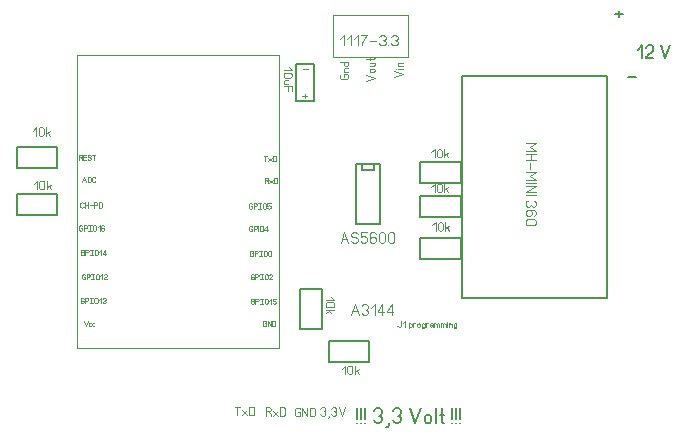
<source format=gbr>
%FSLAX34Y34*%
%MOMM*%
%LNCOPPER_BOTTOM*%
G71*
G01*
%ADD10C, 0.15*%
%ADD11C, 0.06*%
%ADD12C, 0.00*%
%ADD13C, 0.09*%
%ADD14C, 0.10*%
%ADD15C, 0.11*%
%ADD16C, 0.13*%
%ADD17C, 0.16*%
%ADD18C, 0.07*%
%LPD*%
G54D10*
X391000Y-544838D02*
X371000Y-544838D01*
X371000Y-595938D01*
X391000Y-595938D01*
X391000Y-544838D01*
G54D10*
X386000Y-544838D02*
X376000Y-544838D01*
X376000Y-549838D01*
X386000Y-549838D01*
X386000Y-544838D01*
G54D11*
X294232Y-542087D02*
X294232Y-537643D01*
G54D11*
X292899Y-537643D02*
X295565Y-537643D01*
G54D11*
X296788Y-539587D02*
X299454Y-542087D01*
G54D11*
X296788Y-542087D02*
X299454Y-539587D01*
G54D11*
X300676Y-542087D02*
X300676Y-537642D01*
X302343Y-537642D01*
X303010Y-537920D01*
X303343Y-538476D01*
X303343Y-541254D01*
X303010Y-541809D01*
X302343Y-542087D01*
X300676Y-542087D01*
G54D11*
X295026Y-558518D02*
X296026Y-559073D01*
X296359Y-559629D01*
X296359Y-560740D01*
G54D11*
X293692Y-560740D02*
X293692Y-556296D01*
X295359Y-556296D01*
X296026Y-556573D01*
X296359Y-557129D01*
X296359Y-557685D01*
X296026Y-558240D01*
X295359Y-558518D01*
X293692Y-558518D01*
G54D11*
X297581Y-558240D02*
X300248Y-560740D01*
G54D11*
X297581Y-560740D02*
X300248Y-558240D01*
G54D11*
X301470Y-560740D02*
X301470Y-556296D01*
X303137Y-556296D01*
X303804Y-556573D01*
X304137Y-557129D01*
X304136Y-559907D01*
X303804Y-560462D01*
X303137Y-560740D01*
X301470Y-560740D01*
G54D11*
X281759Y-599395D02*
X283093Y-599395D01*
X283093Y-600784D01*
X282759Y-601340D01*
X282093Y-601618D01*
X281426Y-601618D01*
X280759Y-601340D01*
X280426Y-600784D01*
X280426Y-598006D01*
X280759Y-597451D01*
X281426Y-597173D01*
X282093Y-597173D01*
X282759Y-597451D01*
X283093Y-598006D01*
G54D11*
X284315Y-601618D02*
X284315Y-597173D01*
X285982Y-597173D01*
X286648Y-597451D01*
X286982Y-598006D01*
X286982Y-598562D01*
X286648Y-599118D01*
X285982Y-599395D01*
X284315Y-599395D01*
G54D11*
X288204Y-601618D02*
X288204Y-597173D01*
G54D11*
X292093Y-598006D02*
X292093Y-600784D01*
X291759Y-601340D01*
X291093Y-601618D01*
X290426Y-601618D01*
X289759Y-601340D01*
X289426Y-600784D01*
X289426Y-598006D01*
X289759Y-597451D01*
X290426Y-597173D01*
X291093Y-597173D01*
X291759Y-597451D01*
X292093Y-598006D01*
G54D11*
X295315Y-601618D02*
X295315Y-597173D01*
X293315Y-599951D01*
X293315Y-600506D01*
X295982Y-600506D01*
G54D12*
X305300Y-700169D02*
X135040Y-700169D01*
G54D12*
X305300Y-700169D02*
X305300Y-452122D01*
X134644Y-452122D01*
G54D12*
X135040Y-700169D02*
X135041Y-452121D01*
G54D11*
X281617Y-580346D02*
X282950Y-580346D01*
X282950Y-581734D01*
X282617Y-582290D01*
X281950Y-582568D01*
X281283Y-582568D01*
X280617Y-582290D01*
X280283Y-581734D01*
X280283Y-578956D01*
X280617Y-578401D01*
X281283Y-578124D01*
X281950Y-578124D01*
X282617Y-578401D01*
X282950Y-578957D01*
G54D11*
X284172Y-582568D02*
X284172Y-578124D01*
X285839Y-578124D01*
X286506Y-578402D01*
X286839Y-578957D01*
X286839Y-579512D01*
X286506Y-580068D01*
X285839Y-580346D01*
X284173Y-580346D01*
G54D11*
X288061Y-582568D02*
X290728Y-582568D01*
G54D11*
X289394Y-582568D02*
X289394Y-578124D01*
G54D11*
X288061Y-578124D02*
X290728Y-578124D01*
G54D11*
X294617Y-578957D02*
X294617Y-581735D01*
X294284Y-582290D01*
X293617Y-582568D01*
X292950Y-582568D01*
X292284Y-582290D01*
X291950Y-581735D01*
X291950Y-578957D01*
X292283Y-578402D01*
X292950Y-578124D01*
X293617Y-578124D01*
X294283Y-578402D01*
X294617Y-578957D01*
G54D11*
X298506Y-578124D02*
X295839Y-578124D01*
X295839Y-580068D01*
X296172Y-580068D01*
X296840Y-579790D01*
X297506Y-579790D01*
X298172Y-580068D01*
X298506Y-580624D01*
X298506Y-581735D01*
X298172Y-582290D01*
X297506Y-582568D01*
X296839Y-582568D01*
X296172Y-582290D01*
X295839Y-581735D01*
G54D11*
X282410Y-620430D02*
X283744Y-620431D01*
X283744Y-621819D01*
X283410Y-622375D01*
X282744Y-622652D01*
X282077Y-622652D01*
X281411Y-622375D01*
X281077Y-621819D01*
X281077Y-619041D01*
X281410Y-618486D01*
X282077Y-618208D01*
X282744Y-618208D01*
X283410Y-618485D01*
X283744Y-619041D01*
G54D11*
X284966Y-622652D02*
X284966Y-618208D01*
X286632Y-618208D01*
X287299Y-618485D01*
X287633Y-619041D01*
X287633Y-619596D01*
X287299Y-620152D01*
X286632Y-620430D01*
X284966Y-620430D01*
G54D11*
X288855Y-622652D02*
X291522Y-622653D01*
G54D11*
X290188Y-622652D02*
X290188Y-618208D01*
G54D11*
X288855Y-618208D02*
X291522Y-618208D01*
G54D11*
X295411Y-619041D02*
X295410Y-621819D01*
X295077Y-622375D01*
X294410Y-622652D01*
X293744Y-622652D01*
X293077Y-622375D01*
X292744Y-621819D01*
X292744Y-619041D01*
X293078Y-618486D01*
X293744Y-618208D01*
X294410Y-618208D01*
X295077Y-618486D01*
X295411Y-619041D01*
G54D11*
X299300Y-619041D02*
X299300Y-621819D01*
X298966Y-622375D01*
X298300Y-622652D01*
X297633Y-622652D01*
X296967Y-622375D01*
X296633Y-621819D01*
X296633Y-619041D01*
X296966Y-618486D01*
X297633Y-618208D01*
X298300Y-618208D01*
X298966Y-618486D01*
X299300Y-619041D01*
G54D11*
X283204Y-640274D02*
X284537Y-640274D01*
X284537Y-641663D01*
X284204Y-642218D01*
X283538Y-642496D01*
X282871Y-642496D01*
X282204Y-642218D01*
X281870Y-641662D01*
X281871Y-638885D01*
X282204Y-638329D01*
X282871Y-638052D01*
X283537Y-638052D01*
X284204Y-638329D01*
X284538Y-638885D01*
G54D11*
X285760Y-642496D02*
X285760Y-638052D01*
X287426Y-638052D01*
X288093Y-638330D01*
X288426Y-638885D01*
X288426Y-639440D01*
X288093Y-639996D01*
X287426Y-640274D01*
X285760Y-640274D01*
G54D11*
X289648Y-642496D02*
X292316Y-642496D01*
G54D11*
X290982Y-642496D02*
X290982Y-638052D01*
G54D11*
X289649Y-638052D02*
X292315Y-638052D01*
G54D11*
X296204Y-638885D02*
X296204Y-641663D01*
X295871Y-642218D01*
X295204Y-642496D01*
X294538Y-642496D01*
X293871Y-642218D01*
X293538Y-641663D01*
X293538Y-638885D01*
X293871Y-638330D01*
X294538Y-638051D01*
X295204Y-638052D01*
X295871Y-638330D01*
X296204Y-638885D01*
G54D11*
X300093Y-642496D02*
X297426Y-642496D01*
X297427Y-642218D01*
X297760Y-641663D01*
X299760Y-639996D01*
X300093Y-639440D01*
X300094Y-638885D01*
X299760Y-638329D01*
X299094Y-638052D01*
X298427Y-638052D01*
X297760Y-638329D01*
X297426Y-638885D01*
G54D11*
X283204Y-660912D02*
X284537Y-660912D01*
X284537Y-662300D01*
X284204Y-662856D01*
X283537Y-663134D01*
X282871Y-663134D01*
X282204Y-662856D01*
X281871Y-662300D01*
X281870Y-659523D01*
X282204Y-658967D01*
X282871Y-658690D01*
X283538Y-658690D01*
X284204Y-658967D01*
X284537Y-659522D01*
G54D11*
X285760Y-663134D02*
X285760Y-658689D01*
X287426Y-658689D01*
X288093Y-658967D01*
X288426Y-659522D01*
X288426Y-660078D01*
X288093Y-660634D01*
X287426Y-660912D01*
X285760Y-660911D01*
G54D11*
X289649Y-663134D02*
X292315Y-663134D01*
G54D11*
X290982Y-663134D02*
X290982Y-658689D01*
G54D11*
X289648Y-658689D02*
X292316Y-658689D01*
G54D11*
X296204Y-659523D02*
X296204Y-662300D01*
X295871Y-662856D01*
X295204Y-663134D01*
X294538Y-663134D01*
X293871Y-662856D01*
X293538Y-662300D01*
X293538Y-659522D01*
X293871Y-658967D01*
X294537Y-658689D01*
X295205Y-658689D01*
X295871Y-658967D01*
X296204Y-659523D01*
G54D11*
X297427Y-660356D02*
X299093Y-658689D01*
X299094Y-663134D01*
G54D11*
X302982Y-658689D02*
X300316Y-658689D01*
X300316Y-660634D01*
X300649Y-660634D01*
X301316Y-660356D01*
X301982Y-660356D01*
X302649Y-660634D01*
X302982Y-661189D01*
X302982Y-662300D01*
X302649Y-662856D01*
X301982Y-663134D01*
X301316Y-663134D01*
X300649Y-662856D01*
X300316Y-662300D01*
G54D11*
X293474Y-679565D02*
X294808Y-679564D01*
X294808Y-680953D01*
X294474Y-681509D01*
X293808Y-681787D01*
X293141Y-681787D01*
X292474Y-681509D01*
X292141Y-680954D01*
X292141Y-678176D01*
X292474Y-677620D01*
X293141Y-677342D01*
X293808Y-677342D01*
X294474Y-677620D01*
X294808Y-678176D01*
G54D11*
X296030Y-681787D02*
X296030Y-677342D01*
X298697Y-681787D01*
X298697Y-677342D01*
G54D11*
X299919Y-681787D02*
X299919Y-677342D01*
X301586Y-677342D01*
X302252Y-677620D01*
X302586Y-678176D01*
X302586Y-680954D01*
X302252Y-681509D01*
X301586Y-681787D01*
X299919Y-681787D01*
G54D11*
X137557Y-539071D02*
X138557Y-539626D01*
X138890Y-540182D01*
X138890Y-541294D01*
G54D11*
X136224Y-541294D02*
X136224Y-536849D01*
X137890Y-536849D01*
X138557Y-537126D01*
X138891Y-537682D01*
X138891Y-538237D01*
X138557Y-538793D01*
X137890Y-539071D01*
X136224Y-539071D01*
G54D11*
X142446Y-541294D02*
X140113Y-541293D01*
X140113Y-536849D01*
X142446Y-536849D01*
G54D11*
X140113Y-539071D02*
X142446Y-539071D01*
G54D11*
X143668Y-540460D02*
X144001Y-541015D01*
X144668Y-541294D01*
X145334Y-541294D01*
X146001Y-541015D01*
X146334Y-540460D01*
X146334Y-539904D01*
X146001Y-539349D01*
X145334Y-539071D01*
X144668Y-539071D01*
X144001Y-538793D01*
X143668Y-538238D01*
X143668Y-537682D01*
X144001Y-537126D01*
X144668Y-536849D01*
X145334Y-536849D01*
X146001Y-537126D01*
X146334Y-537682D01*
G54D11*
X148890Y-541294D02*
X148890Y-536849D01*
G54D11*
X147557Y-536849D02*
X150224Y-536849D01*
G54D11*
X139093Y-560343D02*
X140760Y-555899D01*
X142426Y-560343D01*
G54D11*
X139760Y-558677D02*
X141760Y-558676D01*
G54D11*
X143648Y-560343D02*
X143648Y-555899D01*
X145314Y-555899D01*
X145981Y-556177D01*
X146314Y-556732D01*
X146314Y-559510D01*
X145981Y-560066D01*
X145314Y-560343D01*
X143648Y-560343D01*
G54D11*
X150203Y-559510D02*
X149870Y-560066D01*
X149203Y-560343D01*
X148537Y-560343D01*
X147870Y-560066D01*
X147537Y-559510D01*
X147537Y-556732D01*
X147870Y-556176D01*
X148537Y-555899D01*
X149203Y-555899D01*
X149870Y-556176D01*
X150203Y-556732D01*
G54D11*
X140186Y-580941D02*
X139853Y-581497D01*
X139186Y-581775D01*
X138519Y-581775D01*
X137853Y-581497D01*
X137520Y-580941D01*
X137520Y-578163D01*
X137853Y-577608D01*
X138520Y-577330D01*
X139186Y-577330D01*
X139853Y-577607D01*
X140186Y-578163D01*
G54D11*
X141409Y-581774D02*
X141408Y-577330D01*
G54D11*
X144075Y-581774D02*
X144075Y-577330D01*
G54D11*
X141409Y-579552D02*
X144075Y-579552D01*
G54D11*
X145298Y-579830D02*
X147964Y-579830D01*
G54D11*
X149187Y-581774D02*
X149186Y-577330D01*
X150853Y-577330D01*
X151520Y-577608D01*
X151853Y-578163D01*
X151853Y-578719D01*
X151520Y-579274D01*
X150853Y-579553D01*
X149187Y-579552D01*
G54D11*
X153076Y-581774D02*
X153076Y-577330D01*
X154742Y-577330D01*
X155409Y-577608D01*
X155742Y-578163D01*
X155742Y-580941D01*
X155409Y-581497D01*
X154742Y-581774D01*
X153076Y-581774D01*
G54D11*
X137948Y-598999D02*
X139281Y-598999D01*
X139281Y-600388D01*
X138948Y-600943D01*
X138281Y-601221D01*
X137614Y-601221D01*
X136948Y-600944D01*
X136614Y-600388D01*
X136614Y-597610D01*
X136948Y-597054D01*
X137614Y-596777D01*
X138281Y-596777D01*
X138948Y-597054D01*
X139281Y-597610D01*
G54D11*
X140503Y-601221D02*
X140503Y-596777D01*
X142170Y-596777D01*
X142837Y-597054D01*
X143170Y-597610D01*
X143170Y-598165D01*
X142837Y-598721D01*
X142170Y-598999D01*
X140503Y-598999D01*
G54D11*
X144392Y-601221D02*
X147059Y-601221D01*
G54D11*
X145726Y-601221D02*
X145726Y-596777D01*
G54D11*
X144392Y-596777D02*
X147059Y-596777D01*
G54D11*
X150948Y-597610D02*
X150948Y-600388D01*
X150615Y-600943D01*
X149948Y-601221D01*
X149282Y-601221D01*
X148615Y-600943D01*
X148281Y-600388D01*
X148281Y-597610D01*
X148615Y-597054D01*
X149282Y-596777D01*
X149948Y-596777D01*
X150615Y-597054D01*
X150948Y-597610D01*
G54D11*
X152170Y-598443D02*
X153837Y-596776D01*
X153837Y-601221D01*
G54D11*
X157726Y-597610D02*
X157392Y-597054D01*
X156726Y-596777D01*
X156059Y-596777D01*
X155393Y-597054D01*
X155059Y-597610D01*
X155060Y-598999D01*
X155060Y-599277D01*
X156060Y-598722D01*
X156726Y-598721D01*
X157392Y-598999D01*
X157726Y-599555D01*
X157726Y-600388D01*
X157392Y-600944D01*
X156726Y-601221D01*
X156059Y-601221D01*
X155393Y-600943D01*
X155060Y-600388D01*
X155060Y-598999D01*
G54D11*
X139176Y-619636D02*
X140509Y-619636D01*
X140509Y-621025D01*
X140176Y-621581D01*
X139510Y-621859D01*
X138843Y-621859D01*
X138176Y-621581D01*
X137843Y-621025D01*
X137843Y-618248D01*
X138176Y-617692D01*
X138843Y-617414D01*
X139509Y-617414D01*
X140176Y-617692D01*
X140509Y-618248D01*
G54D11*
X141732Y-621859D02*
X141732Y-617414D01*
X143398Y-617414D01*
X144065Y-617692D01*
X144398Y-618248D01*
X144398Y-618803D01*
X144065Y-619359D01*
X143398Y-619636D01*
X141732Y-619637D01*
G54D11*
X145621Y-621859D02*
X148287Y-621859D01*
G54D11*
X146954Y-621859D02*
X146954Y-617414D01*
G54D11*
X145621Y-617414D02*
X148287Y-617414D01*
G54D11*
X152176Y-618248D02*
X152176Y-621026D01*
X151843Y-621581D01*
X151176Y-621859D01*
X150510Y-621859D01*
X149843Y-621581D01*
X149510Y-621026D01*
X149510Y-618248D01*
X149843Y-617692D01*
X150510Y-617414D01*
X151176Y-617414D01*
X151843Y-617692D01*
X152176Y-618248D01*
G54D11*
X153399Y-619081D02*
X155066Y-617414D01*
X155066Y-621859D01*
G54D11*
X158288Y-621859D02*
X158288Y-617414D01*
X156288Y-620192D01*
X156288Y-620748D01*
X158954Y-620748D01*
G54D11*
X140330Y-640274D02*
X141663Y-640274D01*
X141663Y-641662D01*
X141329Y-642218D01*
X140663Y-642496D01*
X139996Y-642496D01*
X139330Y-642218D01*
X138996Y-641662D01*
X138996Y-638885D01*
X139330Y-638329D01*
X139996Y-638052D01*
X140663Y-638052D01*
X141329Y-638329D01*
X141663Y-638885D01*
G54D11*
X142885Y-642496D02*
X142885Y-638052D01*
X144552Y-638052D01*
X145218Y-638330D01*
X145552Y-638885D01*
X145552Y-639440D01*
X145219Y-639996D01*
X144552Y-640274D01*
X142885Y-640274D01*
G54D11*
X146774Y-642496D02*
X149441Y-642496D01*
G54D11*
X148107Y-642496D02*
X148108Y-638052D01*
G54D11*
X146774Y-638052D02*
X149441Y-638052D01*
G54D11*
X153330Y-638885D02*
X153330Y-641662D01*
X152997Y-642218D01*
X152330Y-642496D01*
X151663Y-642496D01*
X150997Y-642218D01*
X150663Y-641663D01*
X150663Y-638885D01*
X150996Y-638329D01*
X151663Y-638051D01*
X152330Y-638052D01*
X152996Y-638329D01*
X153330Y-638885D01*
G54D11*
X154552Y-639718D02*
X156219Y-638051D01*
X156219Y-642496D01*
G54D11*
X160108Y-642496D02*
X157441Y-642496D01*
X157441Y-642218D01*
X157774Y-641663D01*
X159775Y-639996D01*
X160107Y-639440D01*
X160108Y-638885D01*
X159774Y-638329D01*
X159108Y-638052D01*
X158441Y-638052D01*
X157774Y-638329D01*
X157441Y-638885D01*
G54D11*
X139139Y-660515D02*
X140472Y-660515D01*
X140472Y-661904D01*
X140139Y-662459D01*
X139472Y-662737D01*
X138806Y-662737D01*
X138139Y-662459D01*
X137806Y-661904D01*
X137806Y-659126D01*
X138139Y-658570D01*
X138806Y-658292D01*
X139472Y-658292D01*
X140139Y-658570D01*
X140472Y-659126D01*
G54D11*
X141695Y-662736D02*
X141694Y-658292D01*
X143361Y-658292D01*
X144028Y-658570D01*
X144361Y-659126D01*
X144361Y-659681D01*
X144028Y-660237D01*
X143361Y-660514D01*
X141695Y-660515D01*
G54D11*
X145584Y-662737D02*
X148250Y-662737D01*
G54D11*
X146917Y-662737D02*
X146917Y-658292D01*
G54D11*
X145584Y-658292D02*
X148250Y-658292D01*
G54D11*
X152139Y-659126D02*
X152139Y-661904D01*
X151806Y-662459D01*
X151140Y-662737D01*
X150473Y-662737D01*
X149806Y-662459D01*
X149473Y-661904D01*
X149473Y-659126D01*
X149806Y-658570D01*
X150472Y-658292D01*
X151139Y-658292D01*
X151806Y-658570D01*
X152139Y-659126D01*
G54D11*
X153362Y-659959D02*
X155028Y-658292D01*
X155028Y-662737D01*
G54D11*
X156251Y-659126D02*
X156584Y-658570D01*
X157251Y-658292D01*
X157917Y-658292D01*
X158584Y-658570D01*
X158917Y-659126D01*
X158918Y-659681D01*
X158584Y-660237D01*
X157918Y-660515D01*
X158584Y-660792D01*
X158918Y-661348D01*
X158918Y-661904D01*
X158584Y-662459D01*
X157918Y-662737D01*
X157251Y-662737D01*
X156584Y-662459D01*
X156250Y-661904D01*
G54D11*
X140275Y-677342D02*
X141941Y-681786D01*
X143608Y-677342D01*
G54D11*
X146496Y-679454D02*
X145830Y-679287D01*
X145163Y-679454D01*
X144830Y-680009D01*
X144830Y-681120D01*
X145163Y-681676D01*
X145830Y-681787D01*
X146496Y-681676D01*
G54D11*
X149385Y-679454D02*
X148719Y-679287D01*
X148052Y-679453D01*
X147719Y-680009D01*
X147718Y-681120D01*
X148052Y-681676D01*
X148718Y-681787D01*
X149386Y-681676D01*
G54D13*
X360802Y-470751D02*
X360802Y-468618D01*
X363025Y-468618D01*
X363914Y-469151D01*
X364358Y-470218D01*
X364358Y-471285D01*
X363914Y-472351D01*
X363025Y-472885D01*
X358580Y-472885D01*
X357691Y-472351D01*
X357247Y-471285D01*
X357247Y-470218D01*
X357691Y-469151D01*
X358580Y-468618D01*
G54D13*
X364358Y-466662D02*
X360358Y-466662D01*
G54D13*
X361247Y-466662D02*
X360625Y-466128D01*
X360358Y-465062D01*
X360625Y-463995D01*
X361247Y-463462D01*
X364358Y-463462D01*
G54D13*
X364358Y-458306D02*
X357247Y-458306D01*
G54D13*
X361514Y-458306D02*
X360625Y-458839D01*
X360358Y-459906D01*
X360625Y-460972D01*
X361514Y-461506D01*
X363291Y-461506D01*
X364180Y-460972D01*
X364358Y-459906D01*
X364180Y-458839D01*
X363291Y-458306D01*
G54D13*
X403286Y-471297D02*
X410397Y-468631D01*
X403286Y-465964D01*
G54D13*
X410397Y-464008D02*
X406397Y-464008D01*
G54D13*
X405063Y-464008D02*
X405063Y-464008D01*
G54D13*
X410397Y-462052D02*
X406397Y-462052D01*
G54D13*
X407286Y-462052D02*
X406663Y-461519D01*
X406397Y-460452D01*
X406663Y-459386D01*
X407286Y-458852D01*
X410396Y-458852D01*
G54D14*
X350985Y-453894D02*
X350985Y-418993D01*
X414485Y-418994D01*
X414485Y-453893D01*
X350985Y-453894D01*
G54D15*
X357688Y-438790D02*
X361021Y-435457D01*
X361021Y-444346D01*
G54D15*
X363465Y-438790D02*
X366798Y-435457D01*
X366798Y-444346D01*
G54D15*
X369242Y-438790D02*
X372575Y-435457D01*
X372575Y-444346D01*
G54D15*
X375019Y-435457D02*
X380352Y-435457D01*
X379686Y-436568D01*
X378352Y-438235D01*
X377019Y-440457D01*
X376352Y-442124D01*
X376352Y-444346D01*
G54D15*
X382796Y-440457D02*
X388129Y-440457D01*
G54D15*
X390573Y-437124D02*
X391240Y-436013D01*
X392573Y-435457D01*
X393906Y-435457D01*
X395240Y-436013D01*
X395906Y-437124D01*
X395906Y-438235D01*
X395240Y-439346D01*
X393906Y-439902D01*
X395240Y-440457D01*
X395906Y-441568D01*
X395906Y-442679D01*
X395240Y-443790D01*
X393906Y-444346D01*
X392573Y-444346D01*
X391240Y-443790D01*
X390573Y-442679D01*
G54D15*
X398350Y-444346D02*
X398350Y-444346D01*
G54D15*
X400794Y-437124D02*
X401461Y-436013D01*
X402794Y-435457D01*
X404127Y-435457D01*
X405461Y-436013D01*
X406127Y-437124D01*
X406127Y-438235D01*
X405461Y-439346D01*
X404127Y-439902D01*
X405461Y-440457D01*
X406127Y-441568D01*
X406127Y-442679D01*
X405461Y-443790D01*
X404127Y-444346D01*
X402794Y-444346D01*
X401461Y-443790D01*
X400794Y-442679D01*
G54D13*
X379472Y-474472D02*
X386583Y-471806D01*
X379472Y-469139D01*
G54D13*
X385516Y-463983D02*
X383739Y-463983D01*
X382850Y-464517D01*
X382583Y-465583D01*
X382850Y-466650D01*
X383739Y-467183D01*
X385516Y-467183D01*
X386405Y-466650D01*
X386583Y-465583D01*
X386405Y-464516D01*
X385516Y-463983D01*
G54D13*
X382583Y-458827D02*
X386583Y-458827D01*
G54D13*
X385694Y-458827D02*
X386406Y-459360D01*
X386583Y-460427D01*
X386405Y-461494D01*
X385694Y-462027D01*
X382583Y-462027D01*
G54D13*
X379472Y-455804D02*
X386139Y-455804D01*
X386583Y-455271D01*
X386406Y-454738D01*
G54D13*
X382583Y-456871D02*
X382583Y-454738D01*
G54D10*
X84075Y-548162D02*
X84075Y-530162D01*
X118075Y-530162D01*
X118075Y-548162D01*
X84075Y-548162D01*
G54D10*
X323850Y-650750D02*
X341850Y-650750D01*
X341850Y-684750D01*
X323850Y-684750D01*
X323850Y-650750D01*
G54D10*
X84075Y-587850D02*
X84075Y-569850D01*
X118075Y-569850D01*
X118075Y-587850D01*
X84075Y-587850D01*
G54D10*
X425388Y-560862D02*
X425388Y-542862D01*
X459388Y-542862D01*
X459388Y-560862D01*
X425388Y-560862D01*
G54D10*
X425388Y-589438D02*
X425388Y-571438D01*
X459388Y-571438D01*
X459388Y-589438D01*
X425388Y-589438D01*
G54D10*
X425388Y-625156D02*
X425388Y-607156D01*
X459388Y-607156D01*
X459388Y-625156D01*
X425388Y-625156D01*
G54D13*
X296440Y-754285D02*
X298040Y-755174D01*
X298573Y-756063D01*
X298573Y-757841D01*
G54D13*
X294306Y-757841D02*
X294306Y-750730D01*
X296973Y-750730D01*
X298040Y-751174D01*
X298573Y-752063D01*
X298573Y-752952D01*
X298040Y-753841D01*
X296973Y-754285D01*
X294306Y-754285D01*
G54D13*
X300529Y-753841D02*
X304796Y-757841D01*
G54D13*
X300529Y-757841D02*
X304796Y-753841D01*
G54D13*
X306752Y-757841D02*
X306752Y-750730D01*
X309419Y-750730D01*
X310486Y-751174D01*
X311019Y-752063D01*
X311019Y-756507D01*
X310486Y-757396D01*
X309419Y-757841D01*
X306752Y-757841D01*
G54D13*
X270246Y-757444D02*
X270246Y-750333D01*
G54D13*
X268112Y-750333D02*
X272379Y-750333D01*
G54D13*
X274336Y-753444D02*
X278602Y-757444D01*
G54D13*
X274336Y-757444D02*
X278602Y-753444D01*
G54D13*
X280558Y-757444D02*
X280558Y-750333D01*
X283225Y-750333D01*
X284292Y-750777D01*
X284825Y-751666D01*
X284825Y-756110D01*
X284292Y-756999D01*
X283225Y-757444D01*
X280558Y-757444D01*
G54D13*
X321443Y-754682D02*
X323576Y-754682D01*
X323576Y-756904D01*
X323043Y-757793D01*
X321976Y-758238D01*
X320909Y-758238D01*
X319843Y-757793D01*
X319309Y-756904D01*
X319309Y-752460D01*
X319843Y-751571D01*
X320909Y-751126D01*
X321976Y-751126D01*
X323043Y-751571D01*
X323576Y-752460D01*
G54D13*
X325532Y-758238D02*
X325532Y-751126D01*
X329799Y-758238D01*
X329799Y-751126D01*
G54D13*
X331755Y-758238D02*
X331755Y-751126D01*
X334422Y-751126D01*
X335489Y-751571D01*
X336022Y-752460D01*
X336022Y-756904D01*
X335489Y-757793D01*
X334422Y-758238D01*
X331755Y-758238D01*
G54D13*
X435594Y-596630D02*
X438260Y-593964D01*
X438260Y-601075D01*
G54D13*
X444484Y-595297D02*
X444484Y-599742D01*
X443950Y-600630D01*
X442884Y-601075D01*
X441817Y-601075D01*
X440750Y-600630D01*
X440217Y-599742D01*
X440217Y-595297D01*
X440750Y-594408D01*
X441817Y-593964D01*
X442884Y-593964D01*
X443950Y-594408D01*
X444484Y-595297D01*
G54D13*
X446440Y-601075D02*
X446440Y-593964D01*
G54D13*
X448040Y-598408D02*
X449640Y-601075D01*
G54D13*
X446440Y-599297D02*
X449640Y-597075D01*
G54D13*
X434800Y-564087D02*
X437467Y-561420D01*
X437467Y-568531D01*
G54D13*
X443690Y-562754D02*
X443690Y-567198D01*
X443156Y-568087D01*
X442090Y-568531D01*
X441023Y-568531D01*
X439956Y-568087D01*
X439423Y-567198D01*
X439423Y-562754D01*
X439956Y-561864D01*
X441023Y-561420D01*
X442090Y-561420D01*
X443156Y-561864D01*
X443690Y-562754D01*
G54D13*
X445646Y-568531D02*
X445646Y-561420D01*
G54D13*
X447246Y-565864D02*
X448846Y-568531D01*
G54D13*
X445646Y-566754D02*
X448846Y-564531D01*
G54D13*
X434800Y-534718D02*
X437467Y-532051D01*
X437467Y-539162D01*
G54D13*
X443690Y-533385D02*
X443690Y-537829D01*
X443156Y-538718D01*
X442090Y-539162D01*
X441023Y-539162D01*
X439956Y-538718D01*
X439423Y-537829D01*
X439423Y-533385D01*
X439956Y-532496D01*
X441023Y-532051D01*
X442090Y-532051D01*
X443156Y-532496D01*
X443690Y-533385D01*
G54D13*
X445646Y-539162D02*
X445646Y-532051D01*
G54D13*
X447246Y-536496D02*
X448846Y-539162D01*
G54D13*
X445646Y-537385D02*
X448846Y-535162D01*
G54D13*
X97456Y-516462D02*
X100123Y-513795D01*
X100123Y-520906D01*
G54D13*
X106346Y-515128D02*
X106346Y-519573D01*
X105812Y-520462D01*
X104746Y-520906D01*
X103679Y-520906D01*
X102612Y-520462D01*
X102079Y-519573D01*
X102079Y-515128D01*
X102612Y-514240D01*
X103679Y-513795D01*
X104746Y-513795D01*
X105812Y-514240D01*
X106346Y-515128D01*
G54D13*
X108302Y-520906D02*
X108302Y-513795D01*
G54D13*
X109902Y-518240D02*
X111502Y-520906D01*
G54D13*
X108302Y-519128D02*
X111502Y-516906D01*
G54D13*
X98250Y-561706D02*
X100917Y-559039D01*
X100917Y-566150D01*
G54D13*
X107140Y-560372D02*
X107140Y-564817D01*
X106606Y-565706D01*
X105540Y-566150D01*
X104473Y-566150D01*
X103406Y-565706D01*
X102873Y-564817D01*
X102873Y-560372D01*
X103406Y-559483D01*
X104473Y-559039D01*
X105540Y-559039D01*
X106606Y-559483D01*
X107140Y-560372D01*
G54D13*
X109096Y-566150D02*
X109096Y-559039D01*
G54D13*
X110696Y-563483D02*
X112296Y-566150D01*
G54D13*
X109096Y-564372D02*
X112296Y-562150D01*
G54D16*
X609425Y-448358D02*
X613425Y-444358D01*
X613425Y-455025D01*
G54D16*
X622758Y-455025D02*
X616358Y-455025D01*
X616358Y-454358D01*
X617158Y-453025D01*
X621958Y-449025D01*
X622758Y-447692D01*
X622758Y-446358D01*
X621958Y-445025D01*
X620358Y-444358D01*
X618758Y-444358D01*
X617158Y-445025D01*
X616358Y-446358D01*
G54D16*
X628784Y-444358D02*
X632784Y-455025D01*
X636784Y-444358D01*
G54D16*
X590375Y-417814D02*
X596775Y-417814D01*
G54D16*
X593575Y-415148D02*
X593575Y-420481D01*
G54D16*
X601488Y-470996D02*
X607888Y-470996D01*
G54D15*
X357806Y-611394D02*
X361140Y-602505D01*
X364473Y-611394D01*
G54D15*
X359140Y-608060D02*
X363140Y-608060D01*
G54D15*
X366917Y-609727D02*
X367584Y-610838D01*
X368917Y-611394D01*
X370251Y-611394D01*
X371584Y-610838D01*
X372251Y-609727D01*
X372251Y-608616D01*
X371584Y-607505D01*
X370251Y-606949D01*
X368917Y-606949D01*
X367584Y-606394D01*
X366917Y-605283D01*
X366917Y-604172D01*
X367584Y-603060D01*
X368917Y-602505D01*
X370251Y-602505D01*
X371584Y-603060D01*
X372251Y-604172D01*
G54D15*
X380028Y-602505D02*
X374694Y-602505D01*
X374694Y-606394D01*
X375361Y-606394D01*
X376694Y-605838D01*
X378028Y-605838D01*
X379361Y-606394D01*
X380028Y-607505D01*
X380028Y-609727D01*
X379361Y-610838D01*
X378028Y-611394D01*
X376694Y-611394D01*
X375361Y-610838D01*
X374694Y-609727D01*
G54D15*
X387804Y-604172D02*
X387138Y-603060D01*
X385805Y-602505D01*
X384471Y-602505D01*
X383138Y-603060D01*
X382471Y-604172D01*
X382471Y-606949D01*
X382471Y-607505D01*
X384471Y-606394D01*
X385805Y-606394D01*
X387138Y-606949D01*
X387804Y-608060D01*
X387804Y-609727D01*
X387138Y-610838D01*
X385805Y-611394D01*
X384471Y-611394D01*
X383138Y-610838D01*
X382471Y-609727D01*
X382471Y-606949D01*
G54D15*
X395582Y-604172D02*
X395582Y-609727D01*
X394915Y-610838D01*
X393582Y-611394D01*
X392248Y-611394D01*
X390915Y-610838D01*
X390248Y-609727D01*
X390248Y-604172D01*
X390915Y-603060D01*
X392248Y-602505D01*
X393582Y-602505D01*
X394915Y-603060D01*
X395582Y-604172D01*
G54D15*
X403358Y-604172D02*
X403358Y-609727D01*
X402692Y-610838D01*
X401358Y-611394D01*
X400025Y-611394D01*
X398692Y-610838D01*
X398025Y-609727D01*
X398025Y-604172D01*
X398692Y-603060D01*
X400025Y-602505D01*
X401358Y-602505D01*
X402692Y-603060D01*
X403358Y-604172D01*
G54D15*
X366538Y-672512D02*
X369871Y-663624D01*
X373204Y-672512D01*
G54D15*
X367871Y-669179D02*
X371871Y-669179D01*
G54D15*
X375648Y-665290D02*
X376315Y-664179D01*
X377648Y-663624D01*
X378982Y-663624D01*
X380315Y-664179D01*
X380982Y-665290D01*
X380982Y-666401D01*
X380315Y-667512D01*
X378982Y-668068D01*
X380315Y-668624D01*
X380982Y-669735D01*
X380982Y-670846D01*
X380315Y-671957D01*
X378982Y-672512D01*
X377648Y-672512D01*
X376315Y-671957D01*
X375648Y-670846D01*
G54D15*
X383426Y-666957D02*
X386759Y-663624D01*
X386759Y-672512D01*
G54D15*
X393202Y-672512D02*
X393202Y-663624D01*
X389202Y-669179D01*
X389202Y-670290D01*
X394536Y-670290D01*
G54D15*
X400980Y-672512D02*
X400980Y-663624D01*
X396980Y-669179D01*
X396980Y-670290D01*
X402313Y-670290D01*
G54D15*
X514520Y-526753D02*
X523409Y-526753D01*
X517854Y-530086D01*
X523409Y-533420D01*
X514520Y-533420D01*
G54D15*
X514520Y-535864D02*
X523409Y-535864D01*
G54D15*
X514520Y-541197D02*
X523409Y-541197D01*
G54D15*
X518965Y-535864D02*
X518965Y-541197D01*
G54D15*
X518409Y-543641D02*
X518409Y-548974D01*
G54D15*
X514520Y-551418D02*
X523409Y-551418D01*
X517854Y-554751D01*
X523409Y-558085D01*
X514520Y-558085D01*
G54D15*
X514520Y-560529D02*
X523409Y-560529D01*
G54D15*
X514520Y-562973D02*
X523409Y-562973D01*
X514520Y-568306D01*
X523409Y-568306D01*
G54D15*
X514520Y-570750D02*
X523409Y-570750D01*
G54D15*
X521743Y-575771D02*
X522854Y-576438D01*
X523409Y-577771D01*
X523409Y-579104D01*
X522854Y-580438D01*
X521743Y-581104D01*
X520632Y-581104D01*
X519520Y-580438D01*
X518965Y-579104D01*
X518409Y-580438D01*
X517298Y-581104D01*
X516187Y-581104D01*
X515076Y-580438D01*
X514520Y-579104D01*
X514520Y-577771D01*
X515076Y-576438D01*
X516187Y-575771D01*
G54D15*
X521743Y-588881D02*
X522854Y-588215D01*
X523409Y-586881D01*
X523409Y-585548D01*
X522854Y-584215D01*
X521743Y-583548D01*
X518965Y-583548D01*
X518409Y-583548D01*
X519520Y-585548D01*
X519520Y-586881D01*
X518965Y-588215D01*
X517854Y-588881D01*
X516187Y-588881D01*
X515076Y-588215D01*
X514520Y-586881D01*
X514520Y-585548D01*
X515076Y-584215D01*
X516187Y-583548D01*
X518965Y-583548D01*
G54D15*
X521743Y-596658D02*
X516187Y-596658D01*
X515076Y-595992D01*
X514520Y-594658D01*
X514520Y-593325D01*
X515076Y-591992D01*
X516187Y-591325D01*
X521743Y-591325D01*
X522854Y-591992D01*
X523409Y-593325D01*
X523409Y-594658D01*
X522854Y-595992D01*
X521743Y-596658D01*
G54D10*
X460994Y-470106D02*
X583231Y-470106D01*
X583231Y-658225D01*
X460994Y-658225D01*
X460994Y-470106D01*
G54D10*
X381997Y-694469D02*
X381997Y-712469D01*
X347997Y-712469D01*
X347997Y-694469D01*
X381997Y-694469D01*
G54D17*
X371872Y-751540D02*
X371872Y-760873D01*
G54D17*
X371872Y-763984D02*
X371872Y-763984D01*
G54D17*
X375294Y-751540D02*
X375294Y-760873D01*
G54D17*
X375294Y-763984D02*
X375294Y-763984D01*
G54D17*
X378716Y-751540D02*
X378716Y-760873D01*
G54D17*
X378716Y-763984D02*
X378716Y-763984D01*
G54D17*
X385747Y-753873D02*
X386680Y-752318D01*
X388547Y-751540D01*
X390414Y-751540D01*
X392280Y-752318D01*
X393214Y-753873D01*
X393214Y-755429D01*
X392280Y-756984D01*
X390414Y-757762D01*
X392280Y-758540D01*
X393214Y-760096D01*
X393214Y-761651D01*
X392280Y-763207D01*
X390414Y-763984D01*
X388547Y-763984D01*
X386680Y-763207D01*
X385747Y-761651D01*
G54D17*
X398503Y-763984D02*
X398503Y-765540D01*
X397569Y-767096D01*
X396636Y-767096D01*
G54D17*
X401925Y-753873D02*
X402858Y-752318D01*
X404725Y-751540D01*
X406592Y-751540D01*
X408458Y-752318D01*
X409392Y-753873D01*
X409392Y-755429D01*
X408458Y-756984D01*
X406592Y-757762D01*
X408458Y-758540D01*
X409392Y-760096D01*
X409392Y-761651D01*
X408458Y-763207D01*
X406592Y-763984D01*
X404725Y-763984D01*
X402858Y-763207D01*
X401925Y-761651D01*
G54D17*
X416423Y-751540D02*
X421090Y-763984D01*
X425756Y-751540D01*
G54D17*
X434778Y-762118D02*
X434778Y-759007D01*
X433845Y-757451D01*
X431978Y-756984D01*
X430111Y-757451D01*
X429178Y-759007D01*
X429178Y-762118D01*
X430111Y-763673D01*
X431978Y-763984D01*
X433845Y-763673D01*
X434778Y-762118D01*
G54D17*
X438200Y-763984D02*
X438200Y-751540D01*
G54D17*
X443489Y-751540D02*
X443489Y-763207D01*
X444422Y-763984D01*
X445355Y-763673D01*
G54D17*
X441622Y-756984D02*
X445355Y-756984D01*
G54D17*
X452386Y-751540D02*
X452386Y-760873D01*
G54D17*
X452386Y-763984D02*
X452386Y-763984D01*
G54D17*
X455808Y-751540D02*
X455808Y-760873D01*
G54D17*
X455808Y-763984D02*
X455808Y-763984D01*
G54D17*
X459230Y-751540D02*
X459230Y-760873D01*
G54D17*
X459230Y-763984D02*
X459230Y-763984D01*
G54D13*
X340741Y-752063D02*
X341274Y-751174D01*
X342341Y-750730D01*
X343407Y-750730D01*
X344474Y-751174D01*
X345007Y-752063D01*
X345007Y-752952D01*
X344474Y-753841D01*
X343407Y-754285D01*
X344474Y-754730D01*
X345007Y-755618D01*
X345007Y-756507D01*
X344474Y-757396D01*
X343407Y-757841D01*
X342341Y-757841D01*
X341274Y-757396D01*
X340741Y-756507D01*
G54D13*
X348030Y-757841D02*
X348030Y-758730D01*
X347497Y-759618D01*
X346964Y-759618D01*
G54D13*
X349987Y-752063D02*
X350520Y-751174D01*
X351587Y-750730D01*
X352653Y-750730D01*
X353720Y-751174D01*
X354253Y-752063D01*
X354253Y-752952D01*
X353720Y-753841D01*
X352653Y-754285D01*
X353720Y-754730D01*
X354253Y-755618D01*
X354253Y-756507D01*
X353720Y-757396D01*
X352653Y-757841D01*
X351587Y-757841D01*
X350520Y-757396D01*
X349987Y-756507D01*
G54D13*
X356210Y-750730D02*
X358876Y-757841D01*
X361543Y-750730D01*
G54D13*
X358997Y-718074D02*
X361664Y-715408D01*
X361664Y-722519D01*
G54D13*
X367887Y-716741D02*
X367887Y-721186D01*
X367353Y-722074D01*
X366287Y-722519D01*
X365220Y-722519D01*
X364153Y-722074D01*
X363620Y-721186D01*
X363620Y-716741D01*
X364153Y-715852D01*
X365220Y-715408D01*
X366287Y-715408D01*
X367353Y-715852D01*
X367887Y-716741D01*
G54D13*
X369843Y-722519D02*
X369843Y-715408D01*
G54D13*
X371443Y-719852D02*
X373043Y-722519D01*
G54D13*
X369843Y-720741D02*
X373043Y-718519D01*
G54D13*
X349850Y-657164D02*
X352517Y-659831D01*
X345406Y-659831D01*
G54D13*
X351183Y-666054D02*
X346739Y-666054D01*
X345850Y-665521D01*
X345406Y-664454D01*
X345406Y-663388D01*
X345850Y-662321D01*
X346739Y-661788D01*
X351183Y-661788D01*
X352072Y-662321D01*
X352517Y-663388D01*
X352517Y-664454D01*
X352072Y-665521D01*
X351183Y-666054D01*
G54D13*
X345406Y-668010D02*
X352517Y-668010D01*
G54D13*
X348072Y-669610D02*
X345406Y-671210D01*
G54D13*
X347183Y-668010D02*
X349406Y-671210D01*
G54D10*
X335547Y-460354D02*
X335547Y-491554D01*
X319947Y-491554D01*
X319947Y-460354D01*
X335547Y-460354D01*
G54D13*
X314026Y-462849D02*
X316693Y-465515D01*
X309582Y-465515D01*
G54D13*
X315359Y-471738D02*
X310915Y-471738D01*
X310026Y-471205D01*
X309582Y-470138D01*
X309582Y-469072D01*
X310026Y-468005D01*
X310915Y-467472D01*
X315359Y-467472D01*
X316248Y-468005D01*
X316693Y-469072D01*
X316693Y-470138D01*
X316248Y-471205D01*
X315359Y-471738D01*
G54D13*
X313582Y-476895D02*
X309582Y-476895D01*
G54D13*
X310470Y-476895D02*
X309759Y-476361D01*
X309582Y-475295D01*
X309759Y-474228D01*
X310470Y-473695D01*
X313582Y-473695D01*
G54D13*
X309582Y-478851D02*
X316693Y-478851D01*
X316693Y-482584D01*
G54D13*
X313137Y-478851D02*
X313137Y-482584D01*
G54D13*
X325438Y-487030D02*
X329704Y-487030D01*
G54D13*
X327571Y-485252D02*
X327571Y-488807D01*
G54D13*
X325834Y-464011D02*
X330101Y-464011D01*
G54D18*
X409203Y-677292D02*
X409203Y-681625D01*
X408803Y-682292D01*
X408003Y-682625D01*
X407203Y-682625D01*
X406403Y-682292D01*
X406003Y-681625D01*
G54D18*
X410670Y-679292D02*
X412670Y-677292D01*
X412670Y-682625D01*
G54D18*
X415684Y-679625D02*
X415684Y-683958D01*
G54D18*
X415684Y-681625D02*
X416084Y-682492D01*
X416884Y-682625D01*
X417684Y-682492D01*
X418084Y-681825D01*
X418084Y-680492D01*
X417684Y-679825D01*
X416884Y-679625D01*
X416084Y-679825D01*
X415684Y-680625D01*
G54D18*
X419551Y-682625D02*
X419551Y-679625D01*
G54D18*
X419551Y-680292D02*
X420351Y-679625D01*
X421151Y-679625D01*
G54D18*
X425018Y-681825D02*
X425018Y-680492D01*
X424618Y-679825D01*
X423818Y-679625D01*
X423018Y-679825D01*
X422618Y-680492D01*
X422618Y-681825D01*
X423018Y-682492D01*
X423818Y-682625D01*
X424618Y-682492D01*
X425018Y-681825D01*
G54D18*
X426485Y-683625D02*
X427285Y-683958D01*
X427845Y-683958D01*
X428645Y-683625D01*
X428885Y-682958D01*
X428885Y-679625D01*
G54D18*
X428885Y-680492D02*
X428485Y-679825D01*
X427685Y-679625D01*
X426885Y-679825D01*
X426485Y-680492D01*
X426485Y-681825D01*
X426885Y-682492D01*
X427685Y-682625D01*
X428485Y-682492D01*
X428885Y-681825D01*
G54D18*
X430352Y-682625D02*
X430352Y-679625D01*
G54D18*
X430352Y-680292D02*
X431152Y-679625D01*
X431952Y-679625D01*
G54D18*
X433419Y-679958D02*
X434219Y-679625D01*
X435179Y-679625D01*
X435819Y-680292D01*
X435819Y-682625D01*
G54D18*
X435819Y-681625D02*
X435419Y-680958D01*
X434619Y-680825D01*
X433819Y-680958D01*
X433419Y-681625D01*
X433579Y-682292D01*
X434219Y-682625D01*
X434619Y-682625D01*
X434779Y-682625D01*
X435419Y-682292D01*
X435819Y-681625D01*
G54D18*
X437286Y-682625D02*
X437286Y-679625D01*
G54D18*
X437286Y-680158D02*
X438086Y-679625D01*
X438886Y-679825D01*
X439286Y-680292D01*
X439286Y-682625D01*
G54D18*
X439286Y-680158D02*
X440086Y-679625D01*
X440886Y-679825D01*
X441286Y-680292D01*
X441286Y-682625D01*
G54D18*
X442753Y-682625D02*
X442753Y-679625D01*
G54D18*
X442753Y-680158D02*
X443553Y-679625D01*
X444353Y-679825D01*
X444753Y-680292D01*
X444753Y-682625D01*
G54D18*
X444753Y-680158D02*
X445553Y-679625D01*
X446353Y-679825D01*
X446753Y-680292D01*
X446753Y-682625D01*
G54D18*
X448220Y-682625D02*
X448220Y-679625D01*
G54D18*
X448220Y-678625D02*
X448220Y-678625D01*
G54D18*
X449687Y-682625D02*
X449687Y-679625D01*
G54D18*
X449687Y-680292D02*
X450087Y-679825D01*
X450887Y-679625D01*
X451687Y-679825D01*
X452087Y-680292D01*
X452087Y-682625D01*
G54D18*
X453554Y-683625D02*
X454354Y-683958D01*
X454914Y-683958D01*
X455714Y-683625D01*
X455954Y-682958D01*
X455954Y-679625D01*
G54D18*
X455954Y-680492D02*
X455554Y-679825D01*
X454754Y-679625D01*
X453954Y-679825D01*
X453554Y-680492D01*
X453554Y-681825D01*
X453954Y-682492D01*
X454754Y-682625D01*
X455554Y-682492D01*
X455954Y-681825D01*
M02*

</source>
